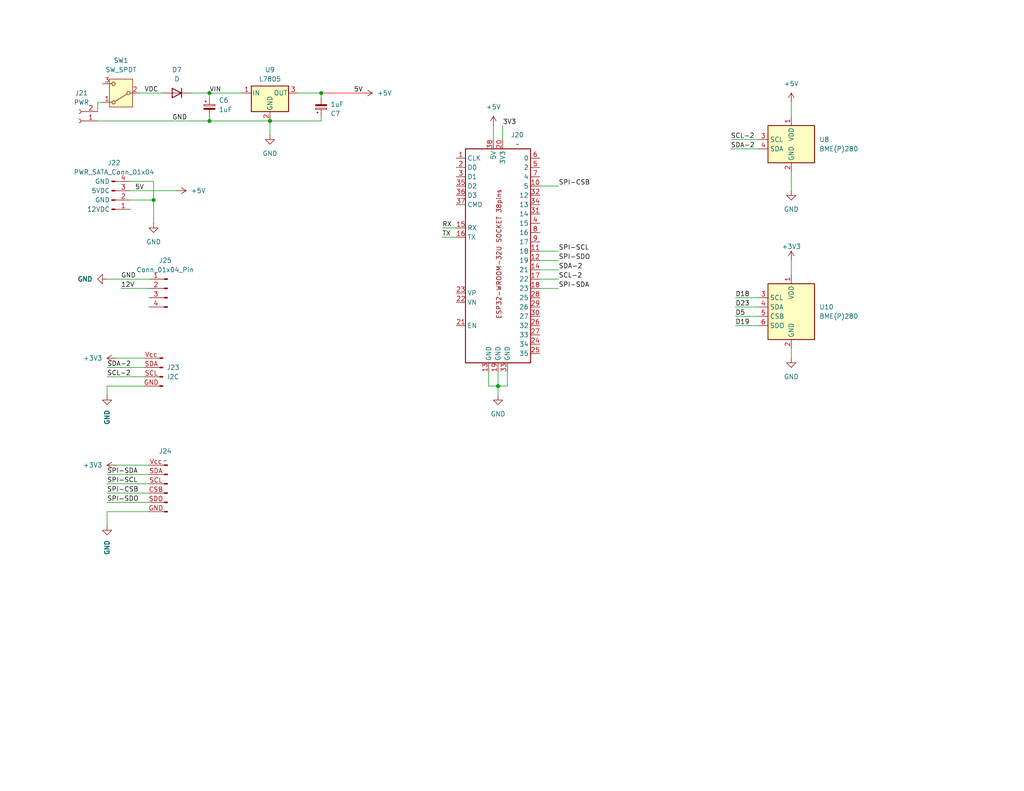
<source format=kicad_sch>
(kicad_sch (version 20231120) (generator "eeschema") (generator_version "8.0")
  (paper "USLetter")
  (title_block (title "ESP32 Sensor Node") (date "2024-07-03") (rev "v2.0") (comment 1 "ESP32-WROOM-32U DevKit"))
  (lib_symbols
    (symbol "+3V3_2" (power) (pin_numbers hide) (pin_names (offset 0) hide)
      (property "Value" "+3V3" (at 0 3.556 0))
      (symbol "+3V3_2_0_1"
        (polyline (pts (xy -0.762 1.27) (xy 0 2.54)))
        (polyline (pts (xy 0 0) (xy 0 2.54)))
        (polyline (pts (xy 0 2.54) (xy 0.762 1.27)))
      )
      (symbol "+3V3_2_1_1"
        (pin power_in line (at 0 0 90) (length 0) (name "~") (number "1"))
      )
    )
    (symbol "+5V_2" (power) (pin_numbers hide) (pin_names (offset 0) hide)
      (property "Value" "+5V" (at 0 3.556 0))
      (symbol "+5V_2_0_1"
        (polyline (pts (xy -0.762 1.27) (xy 0 2.54)))
        (polyline (pts (xy 0 0) (xy 0 2.54)))
        (polyline (pts (xy 0 2.54) (xy 0.762 1.27)))
      )
      (symbol "+5V_2_1_1"
        (pin power_in line (at 0 0 90) (length 0) (name "~") (number "1"))
      )
    )
    (symbol "Alexander Symbol Library:BME(P)280"
      (property "Reference" "U" (at -7.62 10.16 0))
      (property "Value" "BME(P)280" (at 5.08 10.16 0))
      (symbol "BME(P)280_0_1"
        (rectangle (start -7.62 7.62) (end 5.08 -2.54) (stroke (width 0.254)) (fill (type background)))
      )
      (symbol "BME(P)280_1_1"
        (pin power_in line (at -1.27 10.16 270) (length 2.54) (name "VDD") (number "1"))
        (pin power_out line (at -1.27 -5.08 90) (length 2.54) (name "GND") (number "2"))
        (pin input line (at -10.16 3.81 0) (length 2.54) (name "SCL") (number "3"))
        (pin bidirectional line (at -10.16 1.27 0) (length 2.54) (name "SDA") (number "4"))
      )
    )
    (symbol "Alexander Symbol Library:ESP32-WROOM-32U-38pins"
      (property "Reference" "J20" (at 13.6241 62.23 0))
      (property "Value" "~" (at 13.6241 59.69 0))
      (symbol "ESP32-WROOM-32U-38pins_0_1"
        (rectangle (start 0 58.42) (end 17.78 0) (stroke (width 0.254)))
      )
      (symbol "ESP32-WROOM-32U-38pins_1_1"
        (text "ESP32-WROOM-32U SOCKET 38pins" (at 9.144 29.718 900) (effects (font (size 1.27 1.27))))
        (pin input line (at -2.54 55.88 0) (length 2.54) (name "CLK") (number "1"))
        (pin bidirectional line (at 20.32 48.26 180) (length 2.54) (name "5") (number "10"))
        (pin bidirectional line (at 20.32 30.48 180) (length 2.54) (name "18") (number "11"))
        (pin bidirectional line (at 20.32 27.94 180) (length 2.54) (name "19") (number "12"))
        (pin power_out line (at 6.35 -2.54 90) (length 2.54) (name "GND") (number "13"))
        (pin bidirectional line (at 20.32 25.4 180) (length 2.54) (name "21") (number "14"))
        (pin bidirectional line (at -2.54 36.83 0) (length 2.54) (name "RX") (number "15"))
        (pin bidirectional line (at -2.54 34.29 0) (length 2.54) (name "TX") (number "16"))
        (pin bidirectional line (at 20.32 22.86 180) (length 2.54) (name "22") (number "17"))
        (pin bidirectional line (at 20.32 20.32 180) (length 2.54) (name "23") (number "18"))
        (pin power_out line (at 8.89 -2.54 90) (length 2.54) (name "GND") (number "19"))
        (pin bidirectional line (at -2.54 53.34 0) (length 2.54) (name "D0") (number "2"))
        (pin power_in line (at 10.16 60.96 270) (length 2.54) (name "3V3") (number "20"))
        (pin bidirectional line (at -2.54 10.16 0) (length 2.54) (name "EN") (number "21"))
        (pin bidirectional line (at -2.54 16.51 0) (length 2.54) (name "VN") (number "22"))
        (pin bidirectional line (at -2.54 19.05 0) (length 2.54) (name "VP") (number "23"))
        (pin bidirectional line (at 20.32 5.08 180) (length 2.54) (name "34") (number "24"))
        (pin bidirectional line (at 20.32 2.54 180) (length 2.54) (name "35") (number "25"))
        (pin bidirectional line (at 20.32 10.16 180) (length 2.54) (name "32") (number "26"))
        (pin bidirectional line (at 20.32 7.62 180) (length 2.54) (name "33") (number "27"))
        (pin bidirectional line (at 20.32 17.78 180) (length 2.54) (name "25") (number "28"))
        (pin bidirectional line (at 20.32 15.24 180) (length 2.54) (name "26") (number "29"))
        (pin bidirectional line (at -2.54 50.8 0) (length 2.54) (name "D1") (number "3"))
        (pin bidirectional line (at 20.32 12.7 180) (length 2.54) (name "27") (number "30"))
        (pin bidirectional line (at 20.32 40.64 180) (length 2.54) (name "14") (number "31"))
        (pin bidirectional line (at 20.32 45.72 180) (length 2.54) (name "12") (number "32"))
        (pin power_out line (at 11.43 -2.54 90) (length 2.54) (name "GND") (number "33"))
        (pin bidirectional line (at 20.32 43.18 180) (length 2.54) (name "13") (number "34"))
        (pin bidirectional line (at -2.54 48.26 0) (length 2.54) (name "D2") (number "35"))
        (pin bidirectional line (at -2.54 45.72 0) (length 2.54) (name "D3") (number "36"))
        (pin bidirectional line (at -2.54 43.18 0) (length 2.54) (name "CMD") (number "37"))
        (pin power_in line (at 7.62 60.96 270) (length 2.54) (name "5V") (number "38"))
        (pin bidirectional line (at 20.32 38.1 180) (length 2.54) (name "15") (number "4"))
        (pin bidirectional line (at 20.32 53.34 180) (length 2.54) (name "2") (number "5"))
        (pin bidirectional line (at 20.32 55.88 180) (length 2.54) (name "0") (number "6"))
        (pin bidirectional line (at 20.32 50.8 180) (length 2.54) (name "4") (number "7"))
        (pin bidirectional line (at 20.32 35.56 180) (length 2.54) (name "16") (number "8"))
        (pin bidirectional line (at 20.32 33.02 180) (length 2.54) (name "17") (number "9"))
      )
    )
    (symbol "Alexander_Library_Symbols:BME(P)280"
      (property "Reference" "U" (at -7.62 10.16 0))
      (property "Value" "BME(P)280" (at 5.08 10.16 0))
      (symbol "BME(P)280_0_1"
        (rectangle (start -7.62 7.62) (end 5.08 -7.62) (stroke (width 0.254)) (fill (type background)))
      )
      (symbol "BME(P)280_1_1"
        (pin power_in line (at -1.27 10.16 270) (length 2.54) (name "VDD") (number "1"))
        (pin power_out line (at -1.27 -10.16 90) (length 2.54) (name "GND") (number "2"))
        (pin input line (at -10.16 3.81 0) (length 2.54) (name "SCL") (number "3"))
        (pin bidirectional line (at -10.16 1.27 0) (length 2.54) (name "SDA") (number "4"))
        (pin input line (at -10.16 -1.27 0) (length 2.54) (name "CSB") (number "5"))
        (pin input line (at -10.16 -3.81 0) (length 2.54) (name "SDO") (number "6"))
      )
    )
    (symbol "Alexander_Library_Symbols:Conn_I2C_01x04" (pin_names (offset 1.016) hide)
      (property "Reference" "J" (at 0 5.08 0))
      (property "Value" "I2C" (at 0 -7.62 0))
      (symbol "Conn_I2C_01x04_1_1"
        (polyline (pts (xy 1.27 -5.08) (xy 0.8636 -5.08)) (stroke (width 0.1524)))
        (polyline (pts (xy 1.27 -2.54) (xy 0.8636 -2.54)) (stroke (width 0.1524)))
        (polyline (pts (xy 1.27 0) (xy 0.8636 0)) (stroke (width 0.1524)))
        (polyline (pts (xy 1.27 2.54) (xy 0.8636 2.54)) (stroke (width 0.1524)))
        (rectangle (start 0.8636 -4.953) (end 0 -5.207) (stroke (width 0.1524)) (fill (type outline)))
        (rectangle (start 0.8636 -2.413) (end 0 -2.667) (stroke (width 0.1524)) (fill (type outline)))
        (rectangle (start 0.8636 0.127) (end 0 -0.127) (stroke (width 0.1524)) (fill (type outline)))
        (rectangle (start 0.8636 2.667) (end 0 2.413) (stroke (width 0.1524)) (fill (type outline)))
        (pin power_out line (at 5.08 -5.08 180) (length 3.81) (name "GND") (number "GND"))
        (pin bidirectional line (at 5.08 -2.54 180) (length 3.81) (name "SCL") (number "SCL"))
        (pin bidirectional line (at 5.08 0 180) (length 3.81) (name "SDA") (number "SDA"))
        (pin power_in line (at 5.08 2.54 180) (length 3.81) (name "VCC") (number "Vcc"))
      )
    )
    (symbol "Alexander_Library_Symbols:PWR_SATA_Conn_01x04" (pin_names (offset 1.778)) (exclude_from_sim yes)
      (property "Reference" "J" (at 0 -7.62 0))
      (property "Value" "PWR_SATA_Conn_01x04" (at 0 5.08 0))
      (symbol "PWR_SATA_Conn_01x04_1_1"
        (rectangle (start 0 -4.953) (end 0.8636 -5.207) (stroke (width 0.1524)) (fill (type outline)))
        (rectangle (start 0 -2.413) (end 0.8636 -2.667) (stroke (width 0.1524)) (fill (type outline)))
        (polyline (pts (xy 1.27 -5.08) (xy 0.8636 -5.08)) (stroke (width 0.1524)))
        (polyline (pts (xy 1.27 -2.54) (xy 0.8636 -2.54)) (stroke (width 0.1524)))
        (polyline (pts (xy 1.27 0) (xy 0.8636 0)) (stroke (width 0.1524)))
        (polyline (pts (xy 1.27 2.54) (xy 0.8636 2.54)) (stroke (width 0.1524)))
        (rectangle (start 0 0.127) (end 0.8636 -0.127) (stroke (width 0.1524)) (fill (type outline)))
        (rectangle (start 0 2.667) (end 0.8636 2.413) (stroke (width 0.1524)) (fill (type outline)))
        (pin passive line (at 5.08 -5.08 180) (length 3.81) (name "12VDC") (number "1"))
        (pin passive line (at 5.08 -2.54 180) (length 3.81) (name "GND") (number "2"))
        (pin passive line (at 5.08 0 180) (length 3.81) (name "5VDC") (number "3"))
        (pin passive line (at 5.08 2.54 180) (length 3.81) (name "GND") (number "4"))
      )
    )
    (symbol "Conn_01x04_Pin_1" (pin_names (offset 1.016) hide)
      (property "Reference" "J" (at 0 5.08 0))
      (property "Value" "Conn_01x04_Pin" (at 0 -7.62 0))
      (symbol "Conn_01x04_Pin_1_1_1"
        (polyline (pts (xy 1.27 -5.08) (xy 0.8636 -5.08)) (stroke (width 0.1524)))
        (polyline (pts (xy 1.27 -2.54) (xy 0.8636 -2.54)) (stroke (width 0.1524)))
        (polyline (pts (xy 1.27 0) (xy 0.8636 0)) (stroke (width 0.1524)))
        (polyline (pts (xy 1.27 2.54) (xy 0.8636 2.54)) (stroke (width 0.1524)))
        (rectangle (start 0.8636 -4.953) (end 0 -5.207) (stroke (width 0.1524)) (fill (type outline)))
        (rectangle (start 0.8636 -2.413) (end 0 -2.667) (stroke (width 0.1524)) (fill (type outline)))
        (rectangle (start 0.8636 0.127) (end 0 -0.127) (stroke (width 0.1524)) (fill (type outline)))
        (rectangle (start 0.8636 2.667) (end 0 2.413) (stroke (width 0.1524)) (fill (type outline)))
        (pin passive line (at 5.08 2.54 180) (length 3.81) (name "Pin_1") (number "1"))
        (pin passive line (at 5.08 0 180) (length 3.81) (name "Pin_2") (number "2"))
        (pin passive line (at 5.08 -2.54 180) (length 3.81) (name "Pin_3") (number "3"))
        (pin passive line (at 5.08 -5.08 180) (length 3.81) (name "Pin_4") (number "4"))
      )
    )
    (symbol "Conn_SPI_1" (pin_names hide)
      (property "Reference" "J" (at 0 0 0))
      (symbol "Conn_SPI_1_1_1"
        (polyline (pts (xy 1.27 5.08) (xy 0.8636 5.08)) (stroke (width 0.1524)))
        (polyline (pts (xy 1.27 7.62) (xy 0.8636 7.62)) (stroke (width 0.1524)))
        (polyline (pts (xy 1.27 10.16) (xy 0.8636 10.16)) (stroke (width 0.1524)))
        (polyline (pts (xy 1.27 12.7) (xy 0.8636 12.7)) (stroke (width 0.1524)))
        (polyline (pts (xy 1.27 15.24) (xy 0.8636 15.24)) (stroke (width 0.1524)))
        (polyline (pts (xy 1.27 17.78) (xy 0.8636 17.78)) (stroke (width 0.1524)))
        (rectangle (start 0 10.287) (end 0.8636 10.033) (stroke (width 0.1524)) (fill (type outline)))
        (rectangle (start 0 12.827) (end 0.8636 12.573) (stroke (width 0.1524)) (fill (type outline)))
        (rectangle (start 0.8636 5.207) (end 0 4.953) (stroke (width 0.1524)) (fill (type outline)))
        (rectangle (start 0.8636 7.747) (end 0 7.493) (stroke (width 0.1524)) (fill (type outline)))
        (rectangle (start 0.8636 15.367) (end 0 15.113) (stroke (width 0.1524)) (fill (type outline)))
        (rectangle (start 0.8636 17.907) (end 0 17.653) (stroke (width 0.1524)) (fill (type outline)))
        (pin bidirectional line (at 5.08 10.16 180) (length 3.81) (name "CSB") (number "CSB"))
        (pin power_out line (at 5.08 5.08 180) (length 3.81) (name "GND") (number "GND"))
        (pin bidirectional line (at 5.08 12.7 180) (length 3.81) (name "SCL") (number "SCL"))
        (pin bidirectional line (at 5.08 15.24 180) (length 3.81) (name "SDA") (number "SDA"))
        (pin bidirectional line (at 5.08 7.62 180) (length 3.81) (name "SDO") (number "SDO"))
        (pin power_in line (at 5.08 17.78 180) (length 3.81) (name "VCC") (number "Vcc"))
      )
    )
    (symbol "Connector:Conn_01x02_Socket" (pin_names (offset 1.016) hide)
      (property "Reference" "J" (at 0 2.54 0))
      (property "Value" "Conn_01x02_Socket" (at 0 -5.08 0))
      (symbol "Conn_01x02_Socket_1_1"
        (arc (start 0 -2.032) (mid -0.5058 -2.54) (end 0 -3.048) (stroke (width 0.1524)))
        (polyline (pts (xy -1.27 -2.54) (xy -0.508 -2.54)) (stroke (width 0.1524)))
        (polyline (pts (xy -1.27 0) (xy -0.508 0)) (stroke (width 0.1524)))
        (arc (start 0 0.508) (mid -0.5058 0) (end 0 -0.508) (stroke (width 0.1524)))
        (pin passive line (at -5.08 0 0) (length 3.81) (name "Pin_1") (number "1"))
        (pin passive line (at -5.08 -2.54 0) (length 3.81) (name "Pin_2") (number "2"))
      )
    )
    (symbol "Device:C_Polarized_Small" (pin_numbers hide) (pin_names (offset 0.254) hide)
      (property "Reference" "C" (at 0.254 1.778 0))
      (property "Value" "C_Polarized_Small" (at 0.254 -2.032 0))
      (symbol "C_Polarized_Small_0_1"
        (rectangle (start -1.524 -0.3048) (end 1.524 -0.6858) (fill (type outline)))
        (rectangle (start -1.524 0.6858) (end 1.524 0.3048))
        (polyline (pts (xy -1.27 1.524) (xy -0.762 1.524)))
        (polyline (pts (xy -1.016 1.27) (xy -1.016 1.778)))
      )
      (symbol "C_Polarized_Small_1_1"
        (pin passive line (at 0 2.54 270) (length 1.8542) (name "~") (number "1"))
        (pin passive line (at 0 -2.54 90) (length 1.8542) (name "~") (number "2"))
      )
    )
    (symbol "Device:D" (pin_numbers hide) (pin_names (offset 1.016) hide)
      (property "Reference" "D" (at 0 2.54 0))
      (property "Value" "D" (at 0 -2.54 0))
      (symbol "D_0_1"
        (polyline (pts (xy -1.27 1.27) (xy -1.27 -1.27)) (stroke (width 0.254)))
        (polyline (pts (xy 1.27 0) (xy -1.27 0)))
        (polyline (pts (xy 1.27 1.27) (xy 1.27 -1.27) (xy -1.27 0) (xy 1.27 1.27)) (stroke (width 0.254)))
      )
      (symbol "D_1_1"
        (pin passive line (at -3.81 0 0) (length 2.54) (name "K") (number "1"))
        (pin passive line (at 3.81 0 180) (length 2.54) (name "A") (number "2"))
      )
    )
    (symbol "GND_7" (power) (pin_numbers hide) (pin_names (offset 0) hide)
      (property "Value" "GND" (at 0 -3.81 0))
      (symbol "GND_7_0_1"
        (polyline (pts (xy 0 0) (xy 0 -1.27) (xy 1.27 -1.27) (xy 0 -2.54) (xy -1.27 -1.27) (xy 0 -1.27)))
      )
      (symbol "GND_7_1_1"
        (pin power_in line (at 0 0 270) (length 0) (name "~") (number "1"))
      )
    )
    (symbol "Regulator_Linear:L7805" (pin_names (offset 0.254))
      (property "Reference" "U4" (at 0 6.35 0))
      (property "Value" "L7805" (at 0 3.81 0))
      (symbol "L7805_0_1"
        (rectangle (start -5.08 1.905) (end 5.08 -5.08) (stroke (width 0.254)) (fill (type background)))
      )
      (symbol "L7805_1_1"
        (pin power_in line (at -7.62 0 0) (length 2.54) (name "IN") (number "1"))
        (pin power_in line (at 0 -7.62 90) (length 2.54) (name "GND") (number "2"))
        (pin power_out line (at 7.62 0 180) (length 2.54) (name "OUT") (number "3"))
      )
    )
    (symbol "Switch:SW_SPDT" (pin_names (offset 0) hide)
      (property "Reference" "SW" (at 0 5.08 0))
      (property "Value" "SW_SPDT" (at 0 -5.08 0))
      (symbol "SW_SPDT_0_1"
        (circle (center -2.032 0) (radius 0.4572))
        (polyline (pts (xy -1.651 0.254) (xy 1.651 2.286)))
        (circle (center 2.032 -2.54) (radius 0.4572))
        (circle (center 2.032 2.54) (radius 0.4572))
      )
      (symbol "SW_SPDT_1_1"
        (rectangle (start -3.175 3.81) (end 3.175 -3.81) (fill (type background)))
        (pin passive line (at 5.08 2.54 180) (length 2.54) (name "A") (number "1"))
        (pin passive line (at -5.08 0 0) (length 2.54) (name "B") (number "2"))
        (pin passive line (at 5.08 -2.54 180) (length 2.54) (name "C") (number "3"))
      )
    )
    (symbol "power:+3V3" (power) (pin_names (offset 0))
      (property "Value" "+3V3" (at 0 3.556 0))
      (symbol "+3V3_0_1"
        (polyline (pts (xy -0.762 1.27) (xy 0 2.54)))
        (polyline (pts (xy 0 0) (xy 0 2.54)))
        (polyline (pts (xy 0 2.54) (xy 0.762 1.27)))
      )
      (symbol "+3V3_1_1"
        (pin power_in line (at 0 0 90) (length 0) hide (name "+3V3") (number "1"))
      )
    )
    (symbol "power:GND" (power) (pin_names (offset 0))
      (property "Value" "GND" (at 0 -3.81 0))
      (symbol "GND_0_1"
        (polyline (pts (xy 0 0) (xy 0 -1.27) (xy 1.27 -1.27) (xy 0 -2.54) (xy -1.27 -1.27) (xy 0 -1.27)))
      )
      (symbol "GND_1_1"
        (pin power_in line (at 0 0 270) (length 0) hide (name "GND") (number "1"))
      )
    )
  )
  (junction (at 57.15 33.02))
  (junction (at 87.63 25.4))
  (junction (at 57.15 25.4))
  (junction (at 135.89 105.41))
  (junction (at 41.91 54.61))
  (junction (at 73.66 33.02))
  (wire (pts (xy 29.21 134.62) (xy 40.64 134.62)))
  (wire (pts (xy 147.32 68.58) (xy 152.4 68.58)))
  (wire (pts (xy 26.67 33.02) (xy 57.15 33.02)))
  (wire (pts (xy 147.32 78.74) (xy 152.4 78.74)))
  (wire (pts (xy 200.66 83.82) (xy 207.01 83.82)))
  (wire (pts (xy 29.21 76.2) (xy 40.64 76.2)))
  (wire (pts (xy 134.62 34.29) (xy 134.62 38.1)))
  (wire (pts (xy 147.32 50.8) (xy 152.4 50.8)))
  (wire (pts (xy 133.35 105.41) (xy 135.89 105.41)))
  (wire (pts (xy 120.65 64.77) (xy 124.46 64.77)))
  (wire (pts (xy 147.32 76.2) (xy 152.4 76.2)))
  (wire (pts (xy 87.63 33.02) (xy 73.66 33.02)))
  (wire (pts (xy 29.21 137.16) (xy 40.64 137.16)))
  (wire (pts (xy 147.32 73.66) (xy 152.4 73.66)))
  (wire (pts (xy 215.9 46.99) (xy 215.9 52.07)))
  (wire (pts (xy 135.89 105.41) (xy 135.89 107.95)))
  (wire (pts (xy 57.15 26.67) (xy 57.15 25.4)))
  (wire (pts (xy 215.9 95.25) (xy 215.9 97.79)))
  (wire (pts (xy 133.35 101.6) (xy 133.35 105.41)))
  (wire (pts (xy 41.91 49.53) (xy 41.91 54.61)))
  (wire (pts (xy 29.21 100.33) (xy 39.37 100.33)))
  (wire (pts (xy 57.15 25.4) (xy 66.04 25.4)))
  (wire (pts (xy 199.39 40.64) (xy 207.01 40.64)))
  (wire (pts (xy 41.91 54.61) (xy 41.91 60.96)))
  (wire (pts (xy 200.66 88.9) (xy 207.01 88.9)))
  (wire (pts (xy 35.56 52.07) (xy 48.26 52.07)))
  (wire (pts (xy 138.43 105.41) (xy 135.89 105.41)))
  (wire (pts (xy 52.07 25.4) (xy 57.15 25.4)))
  (wire (pts (xy 29.21 107.95) (xy 29.21 105.41)))
  (wire (pts (xy 26.67 30.48) (xy 26.67 27.94)))
  (wire (pts (xy 81.28 25.4) (xy 87.63 25.4)))
  (wire (pts (xy 87.63 25.4) (xy 87.63 26.67)))
  (wire (pts (xy 57.15 33.02) (xy 73.66 33.02)))
  (wire (pts (xy 87.63 31.75) (xy 87.63 33.02)))
  (wire (pts (xy 87.63 25.4) (xy 99.06 25.4)) (stroke (width 0) (color 255 0 0 1)))
  (wire (pts (xy 35.56 54.61) (xy 41.91 54.61)))
  (wire (pts (xy 29.21 139.7) (xy 40.64 139.7)))
  (wire (pts (xy 31.75 97.79) (xy 39.37 97.79)))
  (wire (pts (xy 120.65 62.23) (xy 124.46 62.23)))
  (wire (pts (xy 215.9 71.12) (xy 215.9 74.93)))
  (wire (pts (xy 138.43 101.6) (xy 138.43 105.41)))
  (wire (pts (xy 26.67 27.94) (xy 27.94 27.94)))
  (wire (pts (xy 137.16 34.29) (xy 137.16 38.1)))
  (wire (pts (xy 215.9 27.94) (xy 215.9 31.75)))
  (wire (pts (xy 73.66 33.02) (xy 73.66 36.83)))
  (wire (pts (xy 147.32 71.12) (xy 152.4 71.12)))
  (wire (pts (xy 35.56 49.53) (xy 41.91 49.53)))
  (wire (pts (xy 135.89 101.6) (xy 135.89 105.41)))
  (wire (pts (xy 31.75 127) (xy 40.64 127)))
  (wire (pts (xy 57.15 31.75) (xy 57.15 33.02)))
  (wire (pts (xy 200.66 86.36) (xy 207.01 86.36)))
  (wire (pts (xy 200.66 81.28) (xy 207.01 81.28)))
  (wire (pts (xy 29.21 143.51) (xy 29.21 139.7)))
  (wire (pts (xy 199.39 38.1) (xy 207.01 38.1)))
  (wire (pts (xy 38.1 25.4) (xy 44.45 25.4)))
  (wire (pts (xy 29.21 105.41) (xy 39.37 105.41)))
  (wire (pts (xy 29.21 132.08) (xy 40.64 132.08)))
  (wire (pts (xy 33.02 78.74) (xy 40.64 78.74)))
  (wire (pts (xy 29.21 129.54) (xy 40.64 129.54)))
  (wire (pts (xy 29.21 102.87) (xy 39.37 102.87)))
  (label "SDA-2" (at 199.39 40.64 0))
  (label "SPI-SCL" (at 29.21 132.08 0))
  (label "5V" (at 96.52 25.4 0))
  (label "GND" (at 46.99 33.02 0))
  (label "SPI-CSB" (at 152.4 50.8 0))
  (label "3V3" (at 137.16 34.29 0))
  (label "SCL-2" (at 152.4 76.2 0))
  (label "SPI-SDO" (at 152.4 71.12 0))
  (label "VIN" (at 57.15 25.4 0))
  (label "SPI-CSB" (at 29.21 134.62 0))
  (label "SPI-SDA" (at 152.4 78.74 0))
  (label "SPI-SDO" (at 29.21 137.16 0))
  (label "5V" (at 36.83 52.07 0))
  (label "SDA-2" (at 29.21 100.33 0))
  (label "D18" (at 200.66 81.28 0))
  (label "D5" (at 200.66 86.36 0))
  (label "SCL-2" (at 29.21 102.87 0))
  (label "SDA-2" (at 152.4 73.66 0))
  (label "D23" (at 200.66 83.82 0))
  (label "SCL-2" (at 199.39 38.1 0))
  (label "GND" (at 33.02 76.2 0))
  (label "RX" (at 120.65 62.23 0))
  (label "TX" (at 120.65 64.77 0))
  (label "D19" (at 200.66 88.9 0))
  (label "SPI-SDA" (at 29.21 129.54 0))
  (label "SPI-SCL" (at 152.4 68.58 0))
  (label "12V" (at 33.02 78.74 0))
  (label "VDC" (at 39.37 25.4 0))
  (symbol (lib_id "Device:D") (at 48.26 25.4 180) (unit 1)
    (property "Reference" "D7" (at 48.26 19.05 0))
    (property "Value" "D" (at 48.26 21.59 0))
    (property "Footprint" "Diode_SMD:D_1210_3225Metric" (effects (hide yes)))
    (property "Description" "Diode" (effects (hide yes)))
    (property "Sim.Device" "D" (effects (hide yes)))
    (property "Sim.Pins" "1=K 2=A" (effects (hide yes)))
  )
  (symbol (lib_id "Alexander_Library_Symbols:Conn_I2C_01x04") (at 44.45 100.33 0) (mirror y) (unit 1)
    (property "Reference" "J23" (at 47.244 100.33 0))
    (property "Value" "I2C" (at 47.244 102.87 0))
    (property "Footprint" "Alexander Footprint Library:Conn_I2C" (effects (hide yes)))
  )
  (symbol (lib_id "Alexander Symbol Library:ESP32-WROOM-32U-38pins") (at 127 99.06 0) (unit 1)
    (property "Reference" "J20" (at 139.3541 36.83 0) (effects (justify left)))
    (property "Value" "~" (at 140.6241 39.37 0) (effects (justify left)))
    (property "Footprint" "Alexander Footprint Library:Conn_ESP32_WROOM-DevKit-38pins" (effects (hide yes)))
    (property "Description" "Connector ESP32 WROOM 32D Module 38pins anthena" (effects (hide yes)))
  )
  (symbol (lib_id "Device:C_Polarized_Small") (at 57.15 29.21 0) (unit 1)
    (property "Reference" "C6" (at 59.69 27.3939 0) (effects (justify left)))
    (property "Value" "1uF" (at 59.69 29.9339 0) (effects (justify left)))
    (property "Footprint" "Capacitor_THT:CP_Radial_D4.0mm_P2.00mm" (effects (hide yes)))
  )
  (symbol (lib_name "+5V_2") (lib_id "power:+5V") (at 99.06 25.4 270) (unit 1)
    (property "Reference" "#PWR039" (effects (hide yes)))
    (property "Value" "+5V" (at 102.87 25.3999 90) (effects (justify left)))
    (property "Description" "Power symbol creates a global label with name \"+5V\"" (effects (hide yes)))
  )
  (symbol (lib_id "power:GND") (at 29.21 76.2 270) (unit 1)
    (property "Reference" "#PWR036" (effects (hide yes)))
    (property "Value" "GND" (at 25.4 76.2 90) (effects (font (bold yes)) (justify right)))
  )
  (symbol (lib_name "+5V_2") (lib_id "power:+5V") (at 48.26 52.07 270) (unit 1)
    (property "Reference" "#PWR034" (effects (hide yes)))
    (property "Value" "+5V" (at 52.07 52.0699 90) (effects (justify left)))
    (property "Description" "Power symbol creates a global label with name \"+5V\"" (effects (hide yes)))
  )
  (symbol (lib_name "+5V_2") (lib_id "power:+5V") (at 215.9 27.94 0) (unit 1)
    (property "Reference" "#PWR031" (effects (hide yes)))
    (property "Value" "+5V" (at 215.9 22.86 0))
    (property "Description" "Power symbol creates a global label with name \"+5V\"" (effects (hide yes)))
  )
  (symbol (lib_id "power:+3V3") (at 31.75 97.79 90) (unit 1)
    (property "Reference" "#PWR038" (effects (hide yes)))
    (property "Value" "+3V3" (at 27.94 97.79 90) (effects (justify left)))
  )
  (symbol (lib_id "power:GND") (at 29.21 107.95 0) (unit 1)
    (property "Reference" "#PWR037" (effects (hide yes)))
    (property "Value" "GND" (at 29.21 111.76 90) (effects (font (bold yes)) (justify right)))
  )
  (symbol (lib_id "power:GND") (at 215.9 52.07 0) (unit 1)
    (property "Reference" "#PWR032" (effects (hide yes)))
    (property "Value" "GND" (at 215.9 57.15 0))
  )
  (symbol (lib_id "power:GND") (at 29.21 143.51 0) (unit 1)
    (property "Reference" "#PWR041" (effects (hide yes)))
    (property "Value" "GND" (at 29.21 147.32 90) (effects (font (bold yes)) (justify right)))
  )
  (symbol (lib_name "Conn_01x04_Pin_1") (lib_id "Connector:Conn_01x04_Pin") (at 45.72 78.74 0) (mirror y) (unit 1)
    (property "Reference" "J25" (at 45.085 71.12 0))
    (property "Value" "Conn_01x04_Pin" (at 45.085 73.66 0))
    (property "Footprint" "Connector:FanPinHeader_1x04_P2.54mm_Vertical" (effects (hide yes)))
    (property "Description" "Generic connector, single row, 01x04, script generated" (effects (hide yes)))
  )
  (symbol (lib_name "GND_7") (lib_id "power:GND") (at 73.66 36.83 0) (unit 1)
    (property "Reference" "#PWR035" (effects (hide yes)))
    (property "Value" "GND" (at 73.66 41.91 0))
    (property "Description" "Power symbol creates a global label with name \"GND\" , ground" (effects (hide yes)))
  )
  (symbol (lib_name "GND_7") (lib_id "power:GND") (at 41.91 60.96 0) (unit 1)
    (property "Reference" "#PWR033" (effects (hide yes)))
    (property "Value" "GND" (at 41.91 66.04 0))
    (property "Description" "Power symbol creates a global label with name \"GND\" , ground" (effects (hide yes)))
  )
  (symbol (lib_id "Connector:Conn_01x02_Socket") (at 21.59 33.02 180) (unit 1)
    (property "Reference" "J21" (at 22.225 25.4 0))
    (property "Value" "PWR" (at 22.225 27.94 0))
    (property "Footprint" "Connector_PinSocket_2.54mm:PinSocket_1x02_P2.54mm_Vertical" (effects (hide yes)))
  )
  (symbol (lib_name "+5V_2") (lib_id "power:+5V") (at 134.62 34.29 0) (unit 1)
    (property "Reference" "#PWR029" (effects (hide yes)))
    (property "Value" "+5V" (at 134.62 29.21 0))
    (property "Description" "Power symbol creates a global label with name \"+5V\"" (effects (hide yes)))
  )
  (symbol (lib_id "Alexander_Library_Symbols:BME(P)280") (at 217.17 85.09 0) (unit 1) (on_board no)
    (property "Reference" "U10" (at 223.52 83.8199 0) (effects (justify left)))
    (property "Value" "BME(P)280" (at 223.52 86.3599 0) (effects (justify left)))
    (property "Footprint" "Alexander Footprint Library:BME280_BMP280_I2C" (effects (hide yes)))
    (property "Description" "Absolute Barometric Pressure Sensor" (effects (hide yes)))
  )
  (symbol (lib_id "power:GND") (at 215.9 97.79 0) (unit 1)
    (property "Reference" "#PWR043" (effects (hide yes)))
    (property "Value" "GND" (at 215.9 102.87 0))
  )
  (symbol (lib_name "Conn_SPI_1") (lib_id "Alexander Symbol Library:Conn_SPI") (at 45.72 144.78 0) (mirror y) (unit 1)
    (property "Reference" "J24" (at 45.085 123.19 0))
    (property "Value" "~" (at 45.085 125.73 0))
    (property "Footprint" "Alexander Footprint Library:Conn_SPI" (effects (hide yes)))
  )
  (symbol (lib_id "Alexander_Library_Symbols:PWR_SATA_Conn_01x04") (at 30.48 52.07 0) (unit 1) (exclude_from_sim yes)
    (property "Reference" "J22" (at 31.115 44.45 0))
    (property "Value" "PWR_SATA_Conn_01x04" (at 31.115 46.99 0))
    (property "Footprint" "Connector_PinSocket_2.54mm:PinSocket_1x04_P2.54mm_Vertical" (effects (hide yes)))
    (property "Description" "Generic connector, single row, 01x04, script generated" (effects (hide yes)))
  )
  (symbol (lib_id "Alexander Symbol Library:BME(P)280") (at 217.17 41.91 0) (unit 1)
    (property "Reference" "U8" (at 223.52 38.0999 0) (effects (justify left)))
    (property "Value" "BME(P)280" (at 223.52 40.6399 0) (effects (justify left)))
    (property "Footprint" "Alexander Footprint Library:BME280_BMP280_I2C" (effects (hide yes)))
    (property "Description" "Absolute Barometric Pressure Sensor" (effects (hide yes)))
  )
  (symbol (lib_id "power:GND") (at 135.89 107.95 0) (unit 1)
    (property "Reference" "#PWR030" (effects (hide yes)))
    (property "Value" "GND" (at 135.89 113.03 0))
  )
  (symbol (lib_id "Device:C_Polarized_Small") (at 87.63 29.21 0) (mirror x) (unit 1)
    (property "Reference" "C7" (at 90.17 31.0261 0) (effects (justify left)))
    (property "Value" "1uF" (at 90.17 28.4861 0) (effects (justify left)))
    (property "Footprint" "Capacitor_THT:CP_Radial_D4.0mm_P2.00mm" (effects (hide yes)))
  )
  (symbol (lib_id "Regulator_Linear:L7805") (at 73.66 25.4 0) (unit 1)
    (property "Reference" "U9" (at 73.66 19.05 0))
    (property "Value" "L7805" (at 73.66 21.59 0))
    (property "Footprint" "Alexander Footprint Library:LD1117" (effects (hide yes)))
    (property "Datasheet" "datasheets/Voltage-Regulator_L7805.pdf" (effects (hide yes)))
    (property "Description" "Voltage Regulator 1.5A Positive" (effects (hide yes)))
  )
  (symbol (lib_name "+3V3_2") (lib_id "power:+3V3") (at 215.9 71.12 0) (unit 1)
    (property "Reference" "#PWR042" (effects (hide yes)))
    (property "Value" "+3V3" (at 215.9 67.31 0))
    (property "Description" "Power symbol creates a global label with name \"+3V3\"" (effects (hide yes)))
  )
  (symbol (lib_id "power:+3V3") (at 31.75 127 90) (unit 1)
    (property "Reference" "#PWR044" (effects (hide yes)))
    (property "Value" "+3V3" (at 27.94 127 90) (effects (justify left)))
  )
  (symbol (lib_id "Switch:SW_SPDT") (at 33.02 25.4 180) (unit 1)
    (property "Reference" "SW1" (at 33.02 16.51 0))
    (property "Value" "SW_SPDT" (at 33.02 19.05 0))
    (property "Footprint" "Button_Switch_THT:SW_Slide-03_Wuerth-WS-SLTV_10x2.5x6.4_P2.54mm" (effects (hide yes)))
    (property "Description" "Switch, single pole double throw" (effects (hide yes)))
  )
)
</source>
